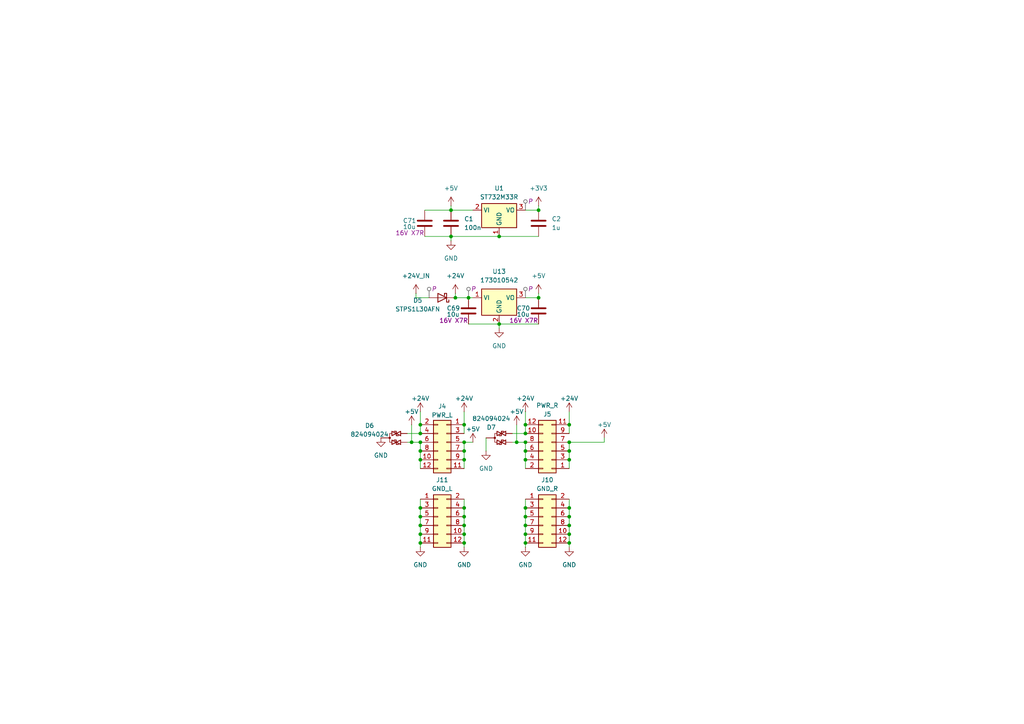
<source format=kicad_sch>
(kicad_sch (version 20231120) (generator "eeschema") (generator_version "8.0")
  (paper "A4")
  (lib_symbols
    (symbol "Connector_Generic:Conn_02x06_Odd_Even" (pin_names (offset 1.016) hide)
      (property "Reference" "J" (at 1.27 7.62 0))
      (property "Value" "Conn_02x06_Odd_Even" (at 1.27 -10.16 0))
      (symbol "Conn_02x06_Odd_Even_1_1"
        (rectangle (start -1.27 -7.493) (end 0 -7.747) (stroke (width 0.1524)))
        (rectangle (start -1.27 -4.953) (end 0 -5.207) (stroke (width 0.1524)))
        (rectangle (start -1.27 -2.413) (end 0 -2.667) (stroke (width 0.1524)))
        (rectangle (start -1.27 0.127) (end 0 -0.127) (stroke (width 0.1524)))
        (rectangle (start -1.27 2.667) (end 0 2.413) (stroke (width 0.1524)))
        (rectangle (start -1.27 5.207) (end 0 4.953) (stroke (width 0.1524)))
        (rectangle (start -1.27 6.35) (end 3.81 -8.89) (stroke (width 0.254)) (fill (type background)))
        (rectangle (start 3.81 -7.493) (end 2.54 -7.747) (stroke (width 0.1524)))
        (rectangle (start 3.81 -4.953) (end 2.54 -5.207) (stroke (width 0.1524)))
        (rectangle (start 3.81 -2.413) (end 2.54 -2.667) (stroke (width 0.1524)))
        (rectangle (start 3.81 0.127) (end 2.54 -0.127) (stroke (width 0.1524)))
        (rectangle (start 3.81 2.667) (end 2.54 2.413) (stroke (width 0.1524)))
        (rectangle (start 3.81 5.207) (end 2.54 4.953) (stroke (width 0.1524)))
        (pin passive line (at -5.08 5.08 0) (length 3.81) (name "Pin_1") (number "1"))
        (pin passive line (at 7.62 -5.08 180) (length 3.81) (name "Pin_10") (number "10"))
        (pin passive line (at -5.08 -7.62 0) (length 3.81) (name "Pin_11") (number "11"))
        (pin passive line (at 7.62 -7.62 180) (length 3.81) (name "Pin_12") (number "12"))
        (pin passive line (at 7.62 5.08 180) (length 3.81) (name "Pin_2") (number "2"))
        (pin passive line (at -5.08 2.54 0) (length 3.81) (name "Pin_3") (number "3"))
        (pin passive line (at 7.62 2.54 180) (length 3.81) (name "Pin_4") (number "4"))
        (pin passive line (at -5.08 0 0) (length 3.81) (name "Pin_5") (number "5"))
        (pin passive line (at 7.62 0 180) (length 3.81) (name "Pin_6") (number "6"))
        (pin passive line (at -5.08 -2.54 0) (length 3.81) (name "Pin_7") (number "7"))
        (pin passive line (at 7.62 -2.54 180) (length 3.81) (name "Pin_8") (number "8"))
        (pin passive line (at -5.08 -5.08 0) (length 3.81) (name "Pin_9") (number "9"))
      )
    )
    (symbol "D_TVS_Dual_AAC_1" (pin_numbers hide) (pin_names (offset 1.016) hide)
      (property "Reference" "D6" (at 0 3.81 0))
      (property "Value" "824022" (at 0 6.35 0))
      (symbol "D_TVS_Dual_AAC_1_0_1"
        (polyline (pts (xy -1.27 0) (xy -1.27 0.635)))
        (polyline (pts (xy -1.27 0) (xy 1.27 0)))
        (polyline (pts (xy 1.27 0) (xy 1.27 0.635)))
        (polyline (pts (xy -1.905 2.54) (xy -1.905 1.905) (xy -0.635 1.905) (xy -0.635 1.27)) (stroke (width 0.254)))
        (polyline (pts (xy 0.635 2.54) (xy 0.635 1.905) (xy 1.905 1.905) (xy 1.905 1.27)) (stroke (width 0.254)))
        (polyline (pts (xy -1.905 3.175) (xy -0.635 0.635) (xy -1.905 0.635) (xy -0.635 3.175) (xy -1.905 3.175)) (stroke (width 0.254)))
        (polyline (pts (xy 0.635 3.175) (xy 1.905 0.635) (xy 0.635 0.635) (xy 1.905 3.175) (xy 0.635 3.175)) (stroke (width 0.254)))
        (circle (center 0 0) (radius 0.254) (fill (type outline)))
      )
      (symbol "D_TVS_Dual_AAC_1_1_1"
        (pin passive line (at -1.27 5.08 270) (length 1.905) (name "A1") (number "1"))
        (pin passive line (at 1.27 5.08 270) (length 1.905) (name "A2") (number "2"))
        (pin passive line (at 0 -2.54 90) (length 2.54) (name "common") (number "3"))
      )
    )
    (symbol "Device:C" (pin_numbers hide) (pin_names (offset 0.254))
      (property "Reference" "C" (at 0.635 2.54 0))
      (property "Value" "C" (at 0.635 -2.54 0))
      (symbol "C_0_1"
        (polyline (pts (xy -2.032 -0.762) (xy 2.032 -0.762)) (stroke (width 0.508)))
        (polyline (pts (xy -2.032 0.762) (xy 2.032 0.762)) (stroke (width 0.508)))
      )
      (symbol "C_1_1"
        (pin passive line (at 0 3.81 270) (length 2.794) (name "~") (number "1"))
        (pin passive line (at 0 -3.81 90) (length 2.794) (name "~") (number "2"))
      )
    )
    (symbol "Device:D_Schottky" (pin_numbers hide) (pin_names (offset 1.016) hide)
      (property "Reference" "D6" (at -0.3175 -6.35 0))
      (property "Value" "STPS1L30AFN" (at -0.3175 -3.81 0))
      (symbol "D_Schottky_0_1"
        (polyline (pts (xy 1.27 0) (xy -1.27 0)))
        (polyline (pts (xy 1.27 1.27) (xy 1.27 -1.27) (xy -1.27 0) (xy 1.27 1.27)) (stroke (width 0.254)))
        (polyline (pts (xy -1.905 0.635) (xy -1.905 1.27) (xy -1.27 1.27) (xy -1.27 -1.27) (xy -0.635 -1.27) (xy -0.635 -0.635)) (stroke (width 0.254)))
      )
      (symbol "D_Schottky_1_1"
        (pin passive line (at -3.81 0 0) (length 2.54) (name "K") (number "1"))
        (pin passive line (at 3.81 0 180) (length 2.54) (name "A") (number "2"))
      )
    )
    (symbol "Regulator_Linear:LD1117S33TR_SOT223"
      (property "Reference" "U5" (at 0 6.35 0))
      (property "Value" "ST732M33R" (at 0 3.81 0))
      (symbol "LD1117S33TR_SOT223_0_1"
        (rectangle (start -5.08 -5.08) (end 5.08 1.905) (stroke (width 0.254)) (fill (type background)))
      )
      (symbol "LD1117S33TR_SOT223_1_1"
        (pin power_in line (at 0 -7.62 90) (length 2.54) (name "GND") (number "1"))
        (pin power_in line (at -7.62 0 0) (length 2.54) (name "VI") (number "2"))
        (pin power_out line (at 7.62 0 180) (length 2.54) (name "VO") (number "3"))
        (pin no_connect line (at 5.08 -3.175 0) (length 2.54) hide (name "NC") (number "4"))
        (pin no_connect line (at -5.08 -3.175 180) (length 2.54) hide (name "NC") (number "5"))
      )
    )
    (symbol "Regulator_Switching:TSR_1-2450"
      (property "Reference" "U13" (at 0 10.16 0))
      (property "Value" "173010542" (at 0 7.62 0))
      (symbol "TSR_1-2450_0_1"
        (rectangle (start -5.08 5.08) (end 5.08 -2.54) (stroke (width 0.254)) (fill (type background)))
      )
      (symbol "TSR_1-2450_1_1"
        (pin power_in line (at -7.62 2.54 0) (length 2.54) (name "VI") (number "1"))
        (pin power_in line (at 0 -5.08 90) (length 2.54) (name "GND") (number "2"))
        (pin power_out line (at 7.62 2.54 180) (length 2.54) (name "VO") (number "3"))
      )
    )
    (symbol "power:+24V" (power) (pin_numbers hide) (pin_names (offset 0) hide)
      (property "Value" "+24V" (at 0 3.556 0))
      (symbol "+24V_0_1"
        (polyline (pts (xy -0.762 1.27) (xy 0 2.54)))
        (polyline (pts (xy 0 0) (xy 0 2.54)))
        (polyline (pts (xy 0 2.54) (xy 0.762 1.27)))
      )
      (symbol "+24V_1_1"
        (pin power_in line (at 0 0 90) (length 0) (name "~") (number "1"))
      )
    )
    (symbol "power:+3V3" (power) (pin_numbers hide) (pin_names (offset 0) hide)
      (property "Value" "+3V3" (at 0 3.556 0))
      (symbol "+3V3_0_1"
        (polyline (pts (xy -0.762 1.27) (xy 0 2.54)))
        (polyline (pts (xy 0 0) (xy 0 2.54)))
        (polyline (pts (xy 0 2.54) (xy 0.762 1.27)))
      )
      (symbol "+3V3_1_1"
        (pin power_in line (at 0 0 90) (length 0) (name "~") (number "1"))
      )
    )
    (symbol "power:+5V" (power) (pin_numbers hide) (pin_names (offset 0) hide)
      (property "Value" "+5V" (at 0 3.556 0))
      (symbol "+5V_0_1"
        (polyline (pts (xy -0.762 1.27) (xy 0 2.54)))
        (polyline (pts (xy 0 0) (xy 0 2.54)))
        (polyline (pts (xy 0 2.54) (xy 0.762 1.27)))
      )
      (symbol "+5V_1_1"
        (pin power_in line (at 0 0 90) (length 0) (name "~") (number "1"))
      )
    )
    (symbol "power:GND" (power) (pin_numbers hide) (pin_names (offset 0) hide)
      (property "Value" "GND" (at 0 -3.81 0))
      (symbol "GND_0_1"
        (polyline (pts (xy 0 0) (xy 0 -1.27) (xy 1.27 -1.27) (xy 0 -2.54) (xy -1.27 -1.27) (xy 0 -1.27)))
      )
      (symbol "GND_1_1"
        (pin power_in line (at 0 0 270) (length 0) (name "~") (number "1"))
      )
    )
  )
  (junction (at 152.4 154.94))
  (junction (at 119.38 128.27))
  (junction (at 134.62 154.94))
  (junction (at 152.4 157.48))
  (junction (at 134.62 128.27))
  (junction (at 132.08 86.36))
  (junction (at 134.62 133.35))
  (junction (at 121.92 147.32))
  (junction (at 156.21 60.96))
  (junction (at 152.4 152.4))
  (junction (at 152.4 130.81))
  (junction (at 149.86 128.27))
  (junction (at 165.1 157.48))
  (junction (at 152.4 133.35))
  (junction (at 121.92 149.86))
  (junction (at 152.4 149.86))
  (junction (at 121.92 133.35))
  (junction (at 165.1 128.27))
  (junction (at 165.1 130.81))
  (junction (at 134.62 152.4))
  (junction (at 121.92 130.81))
  (junction (at 144.78 93.98))
  (junction (at 165.1 152.4))
  (junction (at 165.1 133.35))
  (junction (at 134.62 157.48))
  (junction (at 165.1 149.86))
  (junction (at 134.62 147.32))
  (junction (at 144.78 68.58))
  (junction (at 121.92 123.19))
  (junction (at 134.62 130.81))
  (junction (at 152.4 123.19))
  (junction (at 121.92 154.94))
  (junction (at 152.4 147.32))
  (junction (at 165.1 123.19))
  (junction (at 121.92 128.27))
  (junction (at 165.1 154.94))
  (junction (at 130.81 60.96))
  (junction (at 156.21 86.36))
  (junction (at 121.92 152.4))
  (junction (at 152.4 128.27))
  (junction (at 130.81 68.58))
  (junction (at 135.89 86.36))
  (junction (at 121.92 157.48))
  (junction (at 121.92 125.73))
  (junction (at 152.4 125.73))
  (junction (at 134.62 149.86))
  (junction (at 134.62 123.19))
  (junction (at 165.1 147.32))
  (wire (pts (xy 119.38 123.19) (xy 119.38 128.27)))
  (wire (pts (xy 123.19 68.58) (xy 130.81 68.58)))
  (wire (pts (xy 130.81 60.96) (xy 137.16 60.96)))
  (wire (pts (xy 144.78 93.98) (xy 156.21 93.98)))
  (wire (pts (xy 135.89 86.36) (xy 137.16 86.36)))
  (wire (pts (xy 165.1 157.48) (xy 165.1 158.75)))
  (wire (pts (xy 121.92 130.81) (xy 121.92 133.35)))
  (wire (pts (xy 165.1 152.4) (xy 165.1 154.94)))
  (wire (pts (xy 121.92 123.19) (xy 121.92 125.73)))
  (wire (pts (xy 134.62 157.48) (xy 134.62 158.75)))
  (wire (pts (xy 152.4 157.48) (xy 152.4 158.75)))
  (wire (pts (xy 152.4 149.86) (xy 152.4 152.4)))
  (wire (pts (xy 134.62 144.78) (xy 134.62 147.32)))
  (wire (pts (xy 152.4 86.36) (xy 156.21 86.36)))
  (wire (pts (xy 152.4 119.38) (xy 152.4 123.19)))
  (wire (pts (xy 135.89 93.98) (xy 144.78 93.98)))
  (wire (pts (xy 119.38 128.27) (xy 121.92 128.27)))
  (wire (pts (xy 134.62 128.27) (xy 134.62 130.81)))
  (wire (pts (xy 132.08 85.09) (xy 132.08 86.36)))
  (wire (pts (xy 118.11 125.73) (xy 121.92 125.73)))
  (wire (pts (xy 121.92 157.48) (xy 121.92 158.75)))
  (wire (pts (xy 165.1 149.86) (xy 165.1 152.4)))
  (wire (pts (xy 152.4 147.32) (xy 152.4 149.86)))
  (wire (pts (xy 134.62 130.81) (xy 134.62 133.35)))
  (wire (pts (xy 148.59 125.73) (xy 152.4 125.73)))
  (wire (pts (xy 121.92 128.27) (xy 121.92 130.81)))
  (wire (pts (xy 118.11 128.27) (xy 119.38 128.27)))
  (wire (pts (xy 121.92 119.38) (xy 121.92 123.19)))
  (wire (pts (xy 121.92 147.32) (xy 121.92 149.86)))
  (wire (pts (xy 149.86 128.27) (xy 152.4 128.27)))
  (wire (pts (xy 132.08 86.36) (xy 135.89 86.36)))
  (wire (pts (xy 152.4 144.78) (xy 152.4 147.32)))
  (wire (pts (xy 134.62 133.35) (xy 134.62 135.89)))
  (wire (pts (xy 148.59 128.27) (xy 149.86 128.27)))
  (wire (pts (xy 121.92 149.86) (xy 121.92 152.4)))
  (wire (pts (xy 165.1 119.38) (xy 165.1 123.19)))
  (wire (pts (xy 134.62 147.32) (xy 134.62 149.86)))
  (wire (pts (xy 140.97 127) (xy 140.97 130.81)))
  (wire (pts (xy 120.65 86.36) (xy 124.46 86.36)))
  (wire (pts (xy 121.92 154.94) (xy 121.92 157.48)))
  (wire (pts (xy 134.62 119.38) (xy 134.62 123.19)))
  (wire (pts (xy 130.81 60.96) (xy 130.81 59.69)))
  (wire (pts (xy 130.81 68.58) (xy 144.78 68.58)))
  (wire (pts (xy 152.4 123.19) (xy 152.4 125.73)))
  (wire (pts (xy 165.1 128.27) (xy 165.1 130.81)))
  (wire (pts (xy 152.4 154.94) (xy 152.4 157.48)))
  (wire (pts (xy 152.4 60.96) (xy 156.21 60.96)))
  (wire (pts (xy 165.1 154.94) (xy 165.1 157.48)))
  (wire (pts (xy 152.4 130.81) (xy 152.4 133.35)))
  (wire (pts (xy 144.78 68.58) (xy 156.21 68.58)))
  (wire (pts (xy 165.1 123.19) (xy 165.1 125.73)))
  (wire (pts (xy 149.86 123.19) (xy 149.86 128.27)))
  (wire (pts (xy 130.81 69.85) (xy 130.81 68.58)))
  (wire (pts (xy 134.62 152.4) (xy 134.62 154.94)))
  (wire (pts (xy 134.62 123.19) (xy 134.62 125.73)))
  (wire (pts (xy 175.26 127) (xy 175.26 128.27)))
  (wire (pts (xy 165.1 147.32) (xy 165.1 149.86)))
  (wire (pts (xy 121.92 144.78) (xy 121.92 147.32)))
  (wire (pts (xy 156.21 86.36) (xy 156.21 85.09)))
  (wire (pts (xy 123.19 60.96) (xy 130.81 60.96)))
  (wire (pts (xy 175.26 128.27) (xy 165.1 128.27)))
  (wire (pts (xy 165.1 144.78) (xy 165.1 147.32)))
  (wire (pts (xy 152.4 128.27) (xy 152.4 130.81)))
  (wire (pts (xy 152.4 133.35) (xy 152.4 135.89)))
  (wire (pts (xy 137.16 128.27) (xy 134.62 128.27)))
  (wire (pts (xy 121.92 133.35) (xy 121.92 135.89)))
  (wire (pts (xy 144.78 93.98) (xy 144.78 95.25)))
  (wire (pts (xy 120.65 85.09) (xy 120.65 86.36)))
  (wire (pts (xy 165.1 133.35) (xy 165.1 135.89)))
  (wire (pts (xy 134.62 154.94) (xy 134.62 157.48)))
  (wire (pts (xy 134.62 149.86) (xy 134.62 152.4)))
  (wire (pts (xy 152.4 152.4) (xy 152.4 154.94)))
  (wire (pts (xy 165.1 130.81) (xy 165.1 133.35)))
  (wire (pts (xy 156.21 59.69) (xy 156.21 60.96)))
  (wire (pts (xy 121.92 152.4) (xy 121.92 154.94)))
  (netclass_flag "" (length 2.54) (shape round) (at 152.4 60.96 0) (property "Netclass" "P" (at 153.0985 58.42 0) (effects (font (italic yes)) (justify left))))
  (netclass_flag "" (length 2.54) (shape round) (at 124.46 86.36 0) (property "Netclass" "P" (at 125.1585 83.82 0) (effects (font (italic yes)) (justify left))))
  (netclass_flag "" (length 2.54) (shape round) (at 152.4 86.36 0) (property "Netclass" "P" (at 153.0985 83.82 0) (effects (font (italic yes)) (justify left))))
  (netclass_flag "" (length 2.54) (shape round) (at 135.89 86.36 0) (property "Netclass" "P" (at 136.5885 83.82 0) (effects (font (italic yes)) (justify left))))
  (symbol (lib_name "D_TVS_Dual_AAC_1") (lib_id "Device:D_TVS_Dual_AAC") (at 143.51 127 270) (unit 1)
    (property "Reference" "D7" (at 142.494 123.952 90))
    (property "Value" "824094024" (at 142.494 121.412 90))
    (property "Footprint" "Package_TO_SOT_SMD:SOT-23" (effects (hide yes)))
    (property "Datasheet" "https://www.we-online.com/de/components/products/WE-TVS#/articles/WE-TVS-SOT23-3L" (effects (hide yes)))
    (property "Description" "Bidirectional dual transient-voltage-suppression diode, center on pin 3" (effects (hide yes)))
  )
  (symbol (lib_id "Device:C") (at 156.21 90.17 0) (unit 1)
    (property "Reference" "C70" (at 149.86 89.408 0) (effects (justify left)))
    (property "Value" "10u" (at 149.86 91.186 0) (effects (justify left)))
    (property "Footprint" "Capacitor_SMD:C_1210_3225Metric" (effects (hide yes)))
    (property "Datasheet" "https://www.we-online.com/components/products/datasheet/885012209014.pdf" (effects (hide yes)))
    (property "Description" "Unpolarized capacitor" (effects (hide yes)))
    (property "Field5" "16V X7R" (at 151.892 92.964 0))
  )
  (symbol (lib_id "power:GND") (at 165.1 158.75 0) (unit 1)
    (property "Reference" "#PWR0129" (effects (hide yes)))
    (property "Value" "GND" (at 165.1 163.83 0))
    (property "Description" "Power symbol creates a global label with name \"GND\" , ground" (effects (hide yes)))
  )
  (symbol (lib_id "Device:C") (at 156.21 64.77 0) (unit 1)
    (property "Reference" "C2" (at 160.02 63.4999 0) (effects (justify left)))
    (property "Value" "1u" (at 160.02 66.0399 0) (effects (justify left)))
    (property "Footprint" "Capacitor_SMD:C_0603_1608Metric" (effects (hide yes)))
    (property "Description" "Unpolarized capacitor" (effects (hide yes)))
  )
  (symbol (lib_id "power:GND") (at 152.4 158.75 0) (unit 1)
    (property "Reference" "#PWR0130" (effects (hide yes)))
    (property "Value" "GND" (at 152.4 163.83 0))
    (property "Description" "Power symbol creates a global label with name \"GND\" , ground" (effects (hide yes)))
  )
  (symbol (lib_id "power:+5V") (at 149.86 123.19 0) (unit 1)
    (property "Reference" "#PWR0123" (effects (hide yes)))
    (property "Value" "+5V" (at 149.86 119.38 0))
    (property "Description" "Power symbol creates a global label with name \"+5V\"" (effects (hide yes)))
  )
  (symbol (lib_id "Connector_Generic:Conn_02x06_Odd_Even") (at 157.48 149.86 0) (unit 1)
    (property "Reference" "J10" (at 158.75 139.192 0))
    (property "Value" "GND_R" (at 158.75 141.732 0))
    (property "Footprint" "sensor_nodes_footprints:Molex_iGrid_2x06" (effects (hide yes)))
    (property "Description" "Generic connector, double row, 02x06, odd/even pin numbering scheme (row 1 odd numbers, row 2 even numbers), script generated (kicad-library-utils/schlib/autogen/connector/)" (effects (hide yes)))
  )
  (symbol (lib_id "Connector_Generic:Conn_02x06_Odd_Even") (at 160.02 130.81 180) (unit 1)
    (property "Reference" "J5" (at 158.75 120.142 0))
    (property "Value" "PWR_R" (at 158.75 117.602 0))
    (property "Footprint" "sensor_nodes_footprints:Molex_iGrid_2x06" (effects (hide yes)))
    (property "Description" "Generic connector, double row, 02x06, odd/even pin numbering scheme (row 1 odd numbers, row 2 even numbers), script generated (kicad-library-utils/schlib/autogen/connector/)" (effects (hide yes)))
  )
  (symbol (lib_id "power:+5V") (at 119.38 123.19 0) (unit 1)
    (property "Reference" "#PWR026" (effects (hide yes)))
    (property "Value" "+5V" (at 119.38 119.38 0))
    (property "Description" "Power symbol creates a global label with name \"+5V\"" (effects (hide yes)))
  )
  (symbol (lib_id "power:+24V") (at 165.1 119.38 0) (unit 1)
    (property "Reference" "#PWR0128" (effects (hide yes)))
    (property "Value" "+24V" (at 165.1 115.57 0))
    (property "Description" "Power symbol creates a global label with name \"+24V\"" (effects (hide yes)))
  )
  (symbol (lib_id "Connector_Generic:Conn_02x06_Odd_Even") (at 127 149.86 0) (unit 1)
    (property "Reference" "J11" (at 128.27 139.192 0))
    (property "Value" "GND_L" (at 128.27 141.732 0))
    (property "Footprint" "sensor_nodes_footprints:Molex_iGrid_2x06" (effects (hide yes)))
    (property "Description" "Generic connector, double row, 02x06, odd/even pin numbering scheme (row 1 odd numbers, row 2 even numbers), script generated (kicad-library-utils/schlib/autogen/connector/)" (effects (hide yes)))
  )
  (symbol (lib_id "power:GND") (at 130.81 69.85 0) (unit 1)
    (property "Reference" "#PWR04" (effects (hide yes)))
    (property "Value" "GND" (at 130.81 74.93 0))
    (property "Description" "Power symbol creates a global label with name \"GND\" , ground" (effects (hide yes)))
  )
  (symbol (lib_id "power:GND") (at 134.62 158.75 0) (unit 1)
    (property "Reference" "#PWR0131" (effects (hide yes)))
    (property "Value" "GND" (at 134.62 163.83 0))
    (property "Description" "Power symbol creates a global label with name \"GND\" , ground" (effects (hide yes)))
  )
  (symbol (lib_id "power:+5V") (at 156.21 85.09 0) (unit 1)
    (property "Reference" "#PWR0121" (effects (hide yes)))
    (property "Value" "+5V" (at 156.21 80.01 0))
    (property "Description" "Power symbol creates a global label with name \"+5V\"" (effects (hide yes)))
  )
  (symbol (lib_id "power:GND") (at 121.92 158.75 0) (unit 1)
    (property "Reference" "#PWR0132" (effects (hide yes)))
    (property "Value" "GND" (at 121.92 163.83 0))
    (property "Description" "Power symbol creates a global label with name \"GND\" , ground" (effects (hide yes)))
  )
  (symbol (lib_id "power:+24V") (at 134.62 119.38 0) (unit 1)
    (property "Reference" "#PWR0126" (effects (hide yes)))
    (property "Value" "+24V" (at 134.62 115.57 0))
    (property "Description" "Power symbol creates a global label with name \"+24V\"" (effects (hide yes)))
  )
  (symbol (lib_id "Device:C") (at 123.19 64.77 0) (unit 1)
    (property "Reference" "C71" (at 116.84 64.008 0) (effects (justify left)))
    (property "Value" "10u" (at 116.84 65.786 0) (effects (justify left)))
    (property "Footprint" "Capacitor_SMD:C_1210_3225Metric" (effects (hide yes)))
    (property "Datasheet" "https://www.we-online.com/components/products/datasheet/885012209014.pdf" (effects (hide yes)))
    (property "Description" "Unpolarized capacitor" (effects (hide yes)))
    (property "Field5" "16V X7R" (at 118.872 67.564 0))
  )
  (symbol (lib_id "Device:C") (at 130.81 64.77 0) (unit 1)
    (property "Reference" "C1" (at 134.62 63.4999 0) (effects (justify left)))
    (property "Value" "100n" (at 134.62 66.0399 0) (effects (justify left)))
    (property "Footprint" "Capacitor_SMD:C_0603_1608Metric" (effects (hide yes)))
    (property "Description" "Unpolarized capacitor" (effects (hide yes)))
  )
  (symbol (lib_id "power:+24V") (at 120.65 85.09 0) (unit 1)
    (property "Reference" "#PWR019" (effects (hide yes)))
    (property "Value" "+24V_IN" (at 120.65 80.01 0))
    (property "Description" "Power symbol creates a global label with name \"+24V\"" (effects (hide yes)))
  )
  (symbol (lib_id "Regulator_Switching:TSR_1-2450") (at 144.78 88.9 0) (unit 1)
    (property "Reference" "U13" (at 144.78 78.74 0))
    (property "Value" "173010542" (at 144.78 81.28 0))
    (property "Footprint" "Converter_DCDC:Converter_DCDC_TRACO_TSR-1_THT" (effects (hide yes)))
    (property "Datasheet" "https://www.we-online.com/components/products/datasheet/173010542.pdf" (effects (hide yes)))
  )
  (symbol (lib_id "Device:C") (at 135.89 90.17 0) (unit 1)
    (property "Reference" "C69" (at 129.54 89.408 0) (effects (justify left)))
    (property "Value" "10u" (at 129.54 91.186 0) (effects (justify left)))
    (property "Footprint" "Capacitor_SMD:C_1210_3225Metric" (effects (hide yes)))
    (property "Datasheet" "https://www.we-online.com/components/products/datasheet/885012209014.pdf" (effects (hide yes)))
    (property "Description" "Unpolarized capacitor" (effects (hide yes)))
    (property "Field5" "16V X7R" (at 131.572 92.964 0))
  )
  (symbol (lib_id "Regulator_Linear:LD1117S33TR_SOT223") (at 144.78 60.96 0) (unit 1)
    (property "Reference" "U1" (at 144.78 54.61 0))
    (property "Value" "ST732M33R" (at 144.78 57.15 0))
    (property "Footprint" "Package_TO_SOT_SMD:SOT-23-5" (effects (hide yes)))
    (property "Datasheet" "https://www.st.com/resource/en/datasheet/st732.pdf" (effects (hide yes)))
    (property "Description" "800mA Fixed Low Drop Positive Voltage Regulator, Fixed Output 3.3V, SOT-223" (effects (hide yes)))
  )
  (symbol (lib_id "power:+5V") (at 137.16 128.27 0) (unit 1)
    (property "Reference" "#PWR0122" (effects (hide yes)))
    (property "Value" "+5V" (at 137.16 124.46 0))
    (property "Description" "Power symbol creates a global label with name \"+5V\"" (effects (hide yes)))
  )
  (symbol (lib_id "power:+5V") (at 130.81 59.69 0) (unit 1)
    (property "Reference" "#PWR03" (effects (hide yes)))
    (property "Value" "+5V" (at 130.81 54.61 0))
    (property "Description" "Power symbol creates a global label with name \"+5V\"" (effects (hide yes)))
  )
  (symbol (lib_id "power:GND") (at 140.97 130.81 0) (unit 1)
    (property "Reference" "#PWR035" (effects (hide yes)))
    (property "Value" "GND" (at 140.97 135.89 0))
    (property "Description" "Power symbol creates a global label with name \"GND\" , ground" (effects (hide yes)))
  )
  (symbol (lib_id "power:GND") (at 110.49 127 0) (unit 1)
    (property "Reference" "#PWR043" (effects (hide yes)))
    (property "Value" "GND" (at 110.49 132.08 0))
    (property "Description" "Power symbol creates a global label with name \"GND\" , ground" (effects (hide yes)))
  )
  (symbol (lib_id "power:+24V") (at 152.4 119.38 0) (unit 1)
    (property "Reference" "#PWR0127" (effects (hide yes)))
    (property "Value" "+24V" (at 152.4 115.57 0))
    (property "Description" "Power symbol creates a global label with name \"+24V\"" (effects (hide yes)))
  )
  (symbol (lib_id "Connector_Generic:Conn_02x06_Odd_Even") (at 129.54 128.27 0) (mirror y) (unit 1)
    (property "Reference" "J4" (at 128.27 117.856 0))
    (property "Value" "PWR_L" (at 128.27 120.396 0))
    (property "Footprint" "sensor_nodes_footprints:Molex_iGrid_2x06" (effects (hide yes)))
    (property "Description" "Generic connector, double row, 02x06, odd/even pin numbering scheme (row 1 odd numbers, row 2 even numbers), script generated (kicad-library-utils/schlib/autogen/connector/)" (effects (hide yes)))
  )
  (symbol (lib_id "power:GND") (at 144.78 95.25 0) (unit 1)
    (property "Reference" "#PWR020" (effects (hide yes)))
    (property "Value" "GND" (at 144.78 100.33 0))
    (property "Description" "Power symbol creates a global label with name \"GND\" , ground" (effects (hide yes)))
  )
  (symbol (lib_id "power:+24V") (at 121.92 119.38 0) (unit 1)
    (property "Reference" "#PWR0125" (effects (hide yes)))
    (property "Value" "+24V" (at 121.92 115.57 0))
    (property "Description" "Power symbol creates a global label with name \"+24V\"" (effects (hide yes)))
  )
  (symbol (lib_id "power:+3V3") (at 156.21 59.69 0) (unit 1)
    (property "Reference" "#PWR06" (effects (hide yes)))
    (property "Value" "+3V3" (at 156.21 54.61 0))
    (property "Description" "Power symbol creates a global label with name \"+3V3\"" (effects (hide yes)))
  )
  (symbol (lib_id "Device:D_Schottky") (at 128.27 86.36 180) (unit 1)
    (property "Reference" "D5" (at 121.158 87.122 0))
    (property "Value" "STPS1L30AFN" (at 121.158 89.662 0))
    (property "Footprint" "Diode_SMD:D_SMA" (effects (hide yes)))
    (property "Datasheet" "https://www.st.com/resource/en/datasheet/stps1l30.pdf" (effects (hide yes)))
    (property "Description" "Schottky diode" (effects (hide yes)))
  )
  (symbol (lib_id "power:+24V") (at 132.08 85.09 0) (unit 1)
    (property "Reference" "#PWR067" (effects (hide yes)))
    (property "Value" "+24V" (at 132.08 80.01 0))
    (property "Description" "Power symbol creates a global label with name \"+24V\"" (effects (hide yes)))
  )
  (symbol (lib_name "D_TVS_Dual_AAC_1") (lib_id "Device:D_TVS_Dual_AAC") (at 113.03 127 270) (mirror x) (unit 1)
    (property "Reference" "D6" (at 107.188 123.444 90))
    (property "Value" "824094024" (at 107.188 125.984 90))
    (property "Footprint" "Package_TO_SOT_SMD:SOT-23" (effects (hide yes)))
    (property "Datasheet" "https://www.we-online.com/de/components/products/WE-TVS#/articles/WE-TVS-SOT23-3L" (effects (hide yes)))
    (property "Description" "Bidirectional dual transient-voltage-suppression diode, center on pin 3" (effects (hide yes)))
  )
  (symbol (lib_id "power:+5V") (at 175.26 127 0) (unit 1)
    (property "Reference" "#PWR0124" (effects (hide yes)))
    (property "Value" "+5V" (at 175.26 123.19 0))
    (property "Description" "Power symbol creates a global label with name \"+5V\"" (effects (hide yes)))
  )
)
</source>
